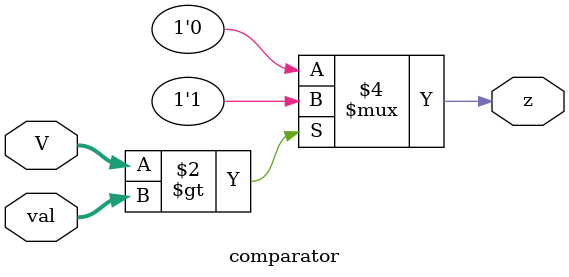
<source format=v>
module comparator #(parameter N=4)
					(input [N-1:0] V,
					input [N-1:0] val,
					output reg z);
									
	always @(*) begin
		if(V > val)
			z = 1'b1;
		else
			z = 1'b0;
	end
	
endmodule

</source>
